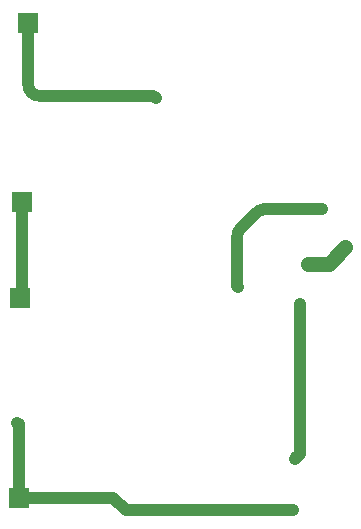
<source format=gbr>
%TF.GenerationSoftware,KiCad,Pcbnew,7.0.8*%
%TF.CreationDate,2023-11-19T04:52:14+05:30*%
%TF.ProjectId,NB679-DKA-BuckConverter,4e423637-392d-4444-9b41-2d4275636b43,rev?*%
%TF.SameCoordinates,Original*%
%TF.FileFunction,Copper,L4,Bot*%
%TF.FilePolarity,Positive*%
%FSLAX46Y46*%
G04 Gerber Fmt 4.6, Leading zero omitted, Abs format (unit mm)*
G04 Created by KiCad (PCBNEW 7.0.8) date 2023-11-19 04:52:14*
%MOMM*%
%LPD*%
G01*
G04 APERTURE LIST*
%TA.AperFunction,ComponentPad*%
%ADD10R,1.700000X1.700000*%
%TD*%
%TA.AperFunction,ViaPad*%
%ADD11C,0.800000*%
%TD*%
%TA.AperFunction,Conductor*%
%ADD12C,1.250000*%
%TD*%
%TA.AperFunction,Conductor*%
%ADD13C,1.000000*%
%TD*%
%TA.AperFunction,Conductor*%
%ADD14C,0.250000*%
%TD*%
G04 APERTURE END LIST*
D10*
%TO.P,Vin1,1,Pin_1*%
%TO.N,/Vin*%
X97900000Y-66100000D03*
%TD*%
%TO.P,GND1,1,Pin_1*%
%TO.N,GND*%
X97400000Y-81300000D03*
%TD*%
%TO.P,Vout1,1,Pin_1*%
%TO.N,/BST*%
X97100000Y-106300000D03*
%TD*%
%TO.P,GND2,1,Pin_1*%
%TO.N,GND*%
X97200000Y-89400000D03*
%TD*%
D11*
%TO.N,Net-(U1-BST)*%
X124850000Y-85070000D03*
X121600000Y-86500000D03*
%TO.N,/Vin*%
X108700000Y-72500000D03*
X102700000Y-72300000D03*
%TO.N,GND*%
X97400000Y-85200000D03*
%TO.N,Net-(U1-Vcc)*%
X122800000Y-81900000D03*
X115700000Y-88500000D03*
%TO.N,/BST*%
X120500000Y-102800000D03*
X120900000Y-89900000D03*
X97000000Y-100000000D03*
X120300000Y-107400000D03*
%TD*%
D12*
%TO.N,Net-(U1-BST)*%
X123350000Y-86500000D02*
X124740000Y-85110000D01*
X121600000Y-86500000D02*
X123350000Y-86500000D01*
D13*
%TO.N,/Vin*%
X97900000Y-66100000D02*
X97900000Y-71300000D01*
X98900000Y-72300000D02*
X108500000Y-72300000D01*
X108500000Y-72300000D02*
X108700000Y-72500000D01*
X97900000Y-71300000D02*
G75*
G03*
X98900000Y-72300000I1000000J0D01*
G01*
%TO.N,GND*%
X97400000Y-89200000D02*
X97200000Y-89400000D01*
X97400000Y-85200000D02*
X97400000Y-89200000D01*
X97400000Y-81300000D02*
X97400000Y-85200000D01*
%TO.N,Net-(U1-Vcc)*%
X115600000Y-88400000D02*
X115700000Y-88500000D01*
X122800000Y-81900000D02*
X117914214Y-81900000D01*
X117207107Y-82192893D02*
X115892893Y-83507107D01*
X115600000Y-84214214D02*
X115600000Y-88400000D01*
X115892866Y-83507080D02*
G75*
G03*
X115600000Y-84214214I707234J-707120D01*
G01*
X117914214Y-81900010D02*
G75*
G03*
X117207107Y-82192893I-14J-999990D01*
G01*
%TO.N,/BST*%
X106200000Y-107400000D02*
X120300000Y-107400000D01*
X120900000Y-89900000D02*
X120900000Y-102600000D01*
X105100000Y-106300000D02*
X106200000Y-107400000D01*
X97100000Y-100100000D02*
X97000000Y-100000000D01*
X97100000Y-106300000D02*
X105100000Y-106300000D01*
X97100000Y-106300000D02*
X97100000Y-100100000D01*
D14*
X97100000Y-106300000D02*
X97200000Y-106400000D01*
D13*
X120900000Y-102600000D02*
X120500000Y-103000000D01*
D14*
X97100000Y-106300000D02*
X97000000Y-106200000D01*
%TD*%
M02*

</source>
